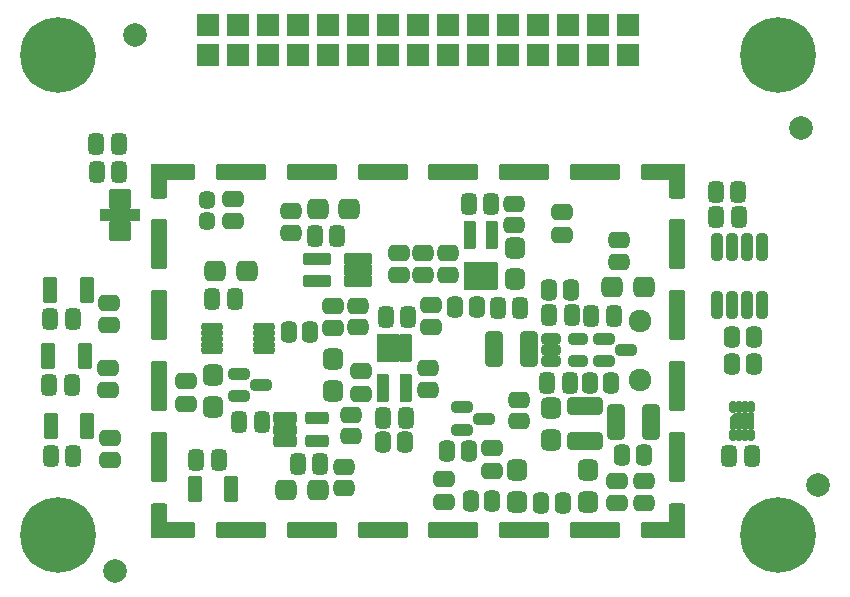
<source format=gbr>
%TF.GenerationSoftware,KiCad,Pcbnew,7.0.8-7.0.8~ubuntu23.04.1*%
%TF.CreationDate,2023-11-09T23:49:29+00:00*%
%TF.ProjectId,AIRDOS04_base,41495244-4f53-4303-945f-626173652e6b,REV*%
%TF.SameCoordinates,PX66dd020PY81342c0*%
%TF.FileFunction,Soldermask,Bot*%
%TF.FilePolarity,Negative*%
%FSLAX46Y46*%
G04 Gerber Fmt 4.6, Leading zero omitted, Abs format (unit mm)*
G04 Created by KiCad (PCBNEW 7.0.8-7.0.8~ubuntu23.04.1) date 2023-11-09 23:49:29*
%MOMM*%
%LPD*%
G01*
G04 APERTURE LIST*
G04 Aperture macros list*
%AMRoundRect*
0 Rectangle with rounded corners*
0 $1 Rounding radius*
0 $2 $3 $4 $5 $6 $7 $8 $9 X,Y pos of 4 corners*
0 Add a 4 corners polygon primitive as box body*
4,1,4,$2,$3,$4,$5,$6,$7,$8,$9,$2,$3,0*
0 Add four circle primitives for the rounded corners*
1,1,$1+$1,$2,$3*
1,1,$1+$1,$4,$5*
1,1,$1+$1,$6,$7*
1,1,$1+$1,$8,$9*
0 Add four rect primitives between the rounded corners*
20,1,$1+$1,$2,$3,$4,$5,0*
20,1,$1+$1,$4,$5,$6,$7,0*
20,1,$1+$1,$6,$7,$8,$9,0*
20,1,$1+$1,$8,$9,$2,$3,0*%
%AMFreePoly0*
4,1,22,0.586777,1.030194,0.656366,0.974698,0.694986,0.894504,0.700000,0.850000,0.700000,-0.850000,0.680194,-0.936777,0.624698,-1.006366,0.544504,-1.044986,0.500000,-1.050000,-0.200000,-1.050000,-0.286777,-1.030194,-0.341421,-0.991421,-0.641421,-0.691421,-0.688777,-0.616056,-0.700000,-0.550000,-0.700000,0.850000,-0.680194,0.936777,-0.624698,1.006366,-0.544504,1.044986,-0.500000,1.050000,
0.500000,1.050000,0.586777,1.030194,0.586777,1.030194,$1*%
G04 Aperture macros list end*
%ADD10C,6.400000*%
%ADD11C,1.924000*%
%ADD12RoundRect,0.450000X0.475000X-0.250000X0.475000X0.250000X-0.475000X0.250000X-0.475000X-0.250000X0*%
%ADD13RoundRect,0.200000X1.000000X0.325000X-1.000000X0.325000X-1.000000X-0.325000X1.000000X-0.325000X0*%
%ADD14RoundRect,0.450000X-0.450000X-0.425000X0.450000X-0.425000X0.450000X0.425000X-0.450000X0.425000X0*%
%ADD15RoundRect,0.450000X-0.250000X-0.475000X0.250000X-0.475000X0.250000X0.475000X-0.250000X0.475000X0*%
%ADD16RoundRect,0.450000X0.250000X0.475000X-0.250000X0.475000X-0.250000X-0.475000X0.250000X-0.475000X0*%
%ADD17RoundRect,0.450000X-0.475000X0.250000X-0.475000X-0.250000X0.475000X-0.250000X0.475000X0.250000X0*%
%ADD18RoundRect,0.450000X-0.262500X-0.450000X0.262500X-0.450000X0.262500X0.450000X-0.262500X0.450000X0*%
%ADD19RoundRect,0.450000X-0.450000X0.262500X-0.450000X-0.262500X0.450000X-0.262500X0.450000X0.262500X0*%
%ADD20RoundRect,0.200000X-0.500000X-0.500000X0.500000X-0.500000X0.500000X0.500000X-0.500000X0.500000X0*%
%ADD21RoundRect,0.200000X-0.500000X-0.775000X0.500000X-0.775000X0.500000X0.775000X-0.500000X0.775000X0*%
%ADD22RoundRect,0.200000X-0.500000X-1.900000X0.500000X-1.900000X0.500000X1.900000X-0.500000X1.900000X0*%
%ADD23RoundRect,0.200000X-1.150000X-0.500000X1.150000X-0.500000X1.150000X0.500000X-1.150000X0.500000X0*%
%ADD24RoundRect,0.200000X-1.900000X-0.500000X1.900000X-0.500000X1.900000X0.500000X-1.900000X0.500000X0*%
%ADD25RoundRect,0.200000X-0.780000X-0.325000X0.780000X-0.325000X0.780000X0.325000X-0.780000X0.325000X0*%
%ADD26RoundRect,0.450000X0.325000X1.100000X-0.325000X1.100000X-0.325000X-1.100000X0.325000X-1.100000X0*%
%ADD27RoundRect,0.200000X0.325000X-1.000000X0.325000X1.000000X-0.325000X1.000000X-0.325000X-1.000000X0*%
%ADD28RoundRect,0.200000X-0.400000X0.150000X-0.400000X-0.150000X0.400000X-0.150000X0.400000X0.150000X0*%
%ADD29RoundRect,0.450000X0.425000X-0.450000X0.425000X0.450000X-0.425000X0.450000X-0.425000X-0.450000X0*%
%ADD30RoundRect,0.200000X0.400000X-0.150000X0.400000X0.150000X-0.400000X0.150000X-0.400000X-0.150000X0*%
%ADD31RoundRect,0.450000X-0.425000X0.450000X-0.425000X-0.450000X0.425000X-0.450000X0.425000X0.450000X0*%
%ADD32RoundRect,0.200000X0.700000X0.150000X-0.700000X0.150000X-0.700000X-0.150000X0.700000X-0.150000X0*%
%ADD33RoundRect,0.450000X1.100000X-0.325000X1.100000X0.325000X-1.100000X0.325000X-1.100000X-0.325000X0*%
%ADD34RoundRect,0.450000X0.262500X0.450000X-0.262500X0.450000X-0.262500X-0.450000X0.262500X-0.450000X0*%
%ADD35RoundRect,0.200000X0.750000X-0.650000X0.750000X0.650000X-0.750000X0.650000X-0.750000X-0.650000X0*%
%ADD36RoundRect,0.200000X1.500000X-0.350000X1.500000X0.350000X-1.500000X0.350000X-1.500000X-0.350000X0*%
%ADD37RoundRect,0.450000X0.450000X0.425000X-0.450000X0.425000X-0.450000X-0.425000X0.450000X-0.425000X0*%
%ADD38RoundRect,0.350000X-0.587500X-0.150000X0.587500X-0.150000X0.587500X0.150000X-0.587500X0.150000X0*%
%ADD39RoundRect,0.450000X0.450000X-0.262500X0.450000X0.262500X-0.450000X0.262500X-0.450000X-0.262500X0*%
%ADD40C,2.000000*%
%ADD41RoundRect,0.450000X-0.325000X-1.100000X0.325000X-1.100000X0.325000X1.100000X-0.325000X1.100000X0*%
%ADD42RoundRect,0.350000X-0.512500X-0.150000X0.512500X-0.150000X0.512500X0.150000X-0.512500X0.150000X0*%
%ADD43RoundRect,0.437500X0.237500X-0.287500X0.237500X0.287500X-0.237500X0.287500X-0.237500X-0.287500X0*%
%ADD44RoundRect,0.200000X-0.125000X0.275000X-0.125000X-0.275000X0.125000X-0.275000X0.125000X0.275000X0*%
%ADD45RoundRect,0.200000X0.125000X-0.275000X0.125000X0.275000X-0.125000X0.275000X-0.125000X-0.275000X0*%
%ADD46FreePoly0,270.000000*%
%ADD47RoundRect,0.200000X-0.762000X0.762000X-0.762000X-0.762000X0.762000X-0.762000X0.762000X0.762000X0*%
%ADD48RoundRect,0.350000X-0.150000X0.825000X-0.150000X-0.825000X0.150000X-0.825000X0.150000X0.825000X0*%
%ADD49RoundRect,0.200000X-0.325000X1.000000X-0.325000X-1.000000X0.325000X-1.000000X0.325000X1.000000X0*%
G04 APERTURE END LIST*
D10*
%TO.C,M1*%
X10160000Y50800000D03*
%TD*%
%TO.C,M2*%
X71120000Y50800000D03*
%TD*%
%TO.C,M3*%
X10160000Y10160000D03*
%TD*%
%TO.C,M4*%
X71120000Y10160000D03*
%TD*%
D11*
%TO.C,D1*%
X59424400Y23266400D03*
X59424400Y28266400D03*
%TD*%
D12*
%TO.C,C2*%
X24993600Y36729000D03*
X24993600Y38629000D03*
%TD*%
D13*
%TO.C,U2*%
X35517400Y33545200D03*
X35517400Y32595200D03*
X35517400Y31645200D03*
X32097400Y31645200D03*
X32097400Y33545200D03*
%TD*%
D14*
%TO.C,C3*%
X32127200Y37729800D03*
X34827200Y37729800D03*
%TD*%
D15*
%TO.C,C8*%
X25491400Y19746600D03*
X27391400Y19746600D03*
%TD*%
%TO.C,C4*%
X31892200Y35490800D03*
X33792200Y35490800D03*
%TD*%
D16*
%TO.C,C7*%
X32369800Y16139800D03*
X30469800Y16139800D03*
%TD*%
D17*
%TO.C,C16*%
X33426400Y29561200D03*
X33426400Y27661200D03*
%TD*%
D18*
%TO.C,R6*%
X29694500Y27305000D03*
X31519500Y27305000D03*
%TD*%
D19*
%TO.C,R3*%
X35001200Y20328900D03*
X35001200Y18503900D03*
%TD*%
%TO.C,R2*%
X34366200Y15934700D03*
X34366200Y14109700D03*
%TD*%
%TO.C,R5*%
X35560000Y29574500D03*
X35560000Y27749500D03*
%TD*%
D20*
%TO.C,M5*%
X18740000Y40916400D03*
D21*
X18740000Y39641400D03*
D22*
X18740000Y34766400D03*
X18740000Y28766400D03*
X18740000Y22766400D03*
X18740000Y16766400D03*
D21*
X18740000Y11891400D03*
D20*
X18740000Y10616400D03*
D23*
X20390000Y40916400D03*
X20390000Y10616400D03*
D24*
X25640000Y40916400D03*
X25640000Y10616400D03*
X31640000Y40916400D03*
X31640000Y10616400D03*
X37640000Y40916400D03*
X37640000Y10616400D03*
X43640000Y40916400D03*
X43640000Y10616400D03*
X49640000Y40916400D03*
X49640000Y10616400D03*
X55640000Y40916400D03*
X55640000Y10616400D03*
D23*
X60890000Y40916400D03*
X60890000Y10616400D03*
D20*
X62540000Y40916400D03*
D21*
X62540000Y39641400D03*
D22*
X62540000Y34766400D03*
X62540000Y28766400D03*
X62540000Y22766400D03*
X62540000Y16766400D03*
D21*
X62540000Y11891400D03*
D20*
X62540000Y10616400D03*
%TD*%
D25*
%TO.C,U6*%
X29384000Y18136200D03*
X29384000Y19086200D03*
X29384000Y20036200D03*
X32084000Y20036200D03*
X32084000Y18136200D03*
%TD*%
D26*
%TO.C,C32*%
X50014400Y25882600D03*
X47064400Y25882600D03*
%TD*%
D27*
%TO.C,U9*%
X46909000Y32115800D03*
X45959000Y32115800D03*
X45009000Y32115800D03*
X45009000Y35535800D03*
X46909000Y35535800D03*
%TD*%
D15*
%TO.C,C12*%
X23230800Y30109800D03*
X25130800Y30109800D03*
%TD*%
%TO.C,C46*%
X9565600Y16855400D03*
X11465600Y16855400D03*
%TD*%
%TO.C,C18*%
X21859200Y16546200D03*
X23759200Y16546200D03*
%TD*%
D16*
%TO.C,C38*%
X15290800Y43281600D03*
X13390800Y43281600D03*
%TD*%
D28*
%TO.C,U5*%
X24841800Y14781600D03*
X24841800Y14281600D03*
X24841800Y13781600D03*
X24841800Y13281600D03*
X21741800Y13281600D03*
X21741800Y13781600D03*
X21741800Y14281600D03*
X21741800Y14781600D03*
%TD*%
D29*
%TO.C,C13*%
X33426400Y22333600D03*
X33426400Y25033600D03*
%TD*%
D18*
%TO.C,R18*%
X43766100Y29489400D03*
X45591100Y29489400D03*
%TD*%
D19*
%TO.C,R16*%
X59744800Y14704300D03*
X59744800Y12879300D03*
%TD*%
%TO.C,R19*%
X49199800Y21613500D03*
X49199800Y19788500D03*
%TD*%
D12*
%TO.C,C31*%
X41757600Y27762800D03*
X41757600Y29662800D03*
%TD*%
D30*
%TO.C,U12*%
X9346600Y24589000D03*
X9346600Y25089000D03*
X9346600Y25589000D03*
X9346600Y26089000D03*
X12446600Y26089000D03*
X12446600Y25589000D03*
X12446600Y25089000D03*
X12446600Y24589000D03*
%TD*%
D31*
%TO.C,C34*%
X51866800Y20933400D03*
X51866800Y18233400D03*
%TD*%
D32*
%TO.C,U3*%
X27600000Y27782400D03*
X27600000Y27282400D03*
X27600000Y26782400D03*
X27600000Y26282400D03*
X27600000Y25782400D03*
X23200000Y25782400D03*
X23200000Y26282400D03*
X23200000Y26782400D03*
X23200000Y27282400D03*
X23200000Y27782400D03*
%TD*%
D15*
%TO.C,C41*%
X65877400Y37072800D03*
X67777400Y37072800D03*
%TD*%
%TO.C,C15*%
X37683400Y20026000D03*
X39583400Y20026000D03*
%TD*%
D12*
%TO.C,C5*%
X52867800Y35568200D03*
X52867800Y37468200D03*
%TD*%
D33*
%TO.C,C29*%
X54762400Y18108400D03*
X54762400Y21058400D03*
%TD*%
D34*
%TO.C,R12*%
X56995700Y23012400D03*
X55170700Y23012400D03*
%TD*%
D17*
%TO.C,C47*%
X14554200Y18364200D03*
X14554200Y16464200D03*
%TD*%
D34*
%TO.C,R21*%
X44958000Y17272000D03*
X43133000Y17272000D03*
%TD*%
D12*
%TO.C,C28*%
X57458800Y12841800D03*
X57458800Y14741800D03*
%TD*%
D17*
%TO.C,C10*%
X20980400Y23160400D03*
X20980400Y21260400D03*
%TD*%
D35*
%TO.C,C37*%
X15417800Y35911800D03*
D36*
X15417800Y37261800D03*
D35*
X15417800Y38611800D03*
%TD*%
D19*
%TO.C,R11*%
X48753000Y38192700D03*
X48753000Y36367700D03*
%TD*%
D34*
%TO.C,R17*%
X59764300Y16891000D03*
X57939300Y16891000D03*
%TD*%
D37*
%TO.C,C6*%
X32185600Y13980800D03*
X29485600Y13980800D03*
%TD*%
D38*
%TO.C,U1*%
X25478500Y21895400D03*
X25478500Y23795400D03*
X27353500Y22845400D03*
%TD*%
D15*
%TO.C,C33*%
X51592200Y23030200D03*
X53492200Y23030200D03*
%TD*%
D39*
%TO.C,R20*%
X41097200Y32194500D03*
X41097200Y34019500D03*
%TD*%
D16*
%TO.C,C20*%
X57200600Y28719800D03*
X55300600Y28719800D03*
%TD*%
D18*
%TO.C,R13*%
X51767100Y30861000D03*
X53592100Y30861000D03*
%TD*%
D17*
%TO.C,C43*%
X14376400Y24307800D03*
X14376400Y22407800D03*
%TD*%
D39*
%TO.C,R10*%
X57632600Y33275900D03*
X57632600Y35100900D03*
%TD*%
D16*
%TO.C,C19*%
X68895000Y16854400D03*
X66995000Y16854400D03*
%TD*%
D12*
%TO.C,C14*%
X35788600Y22124000D03*
X35788600Y24024000D03*
%TD*%
D16*
%TO.C,C39*%
X15316200Y40919400D03*
X13416200Y40919400D03*
%TD*%
D31*
%TO.C,C9*%
X23241000Y23687400D03*
X23241000Y20987400D03*
%TD*%
D15*
%TO.C,C40*%
X65852000Y39206400D03*
X67752000Y39206400D03*
%TD*%
D40*
%TO.C,FID4*%
X74523600Y14401800D03*
%TD*%
D41*
%TO.C,C22*%
X57376800Y19685000D03*
X60326800Y19685000D03*
%TD*%
D39*
%TO.C,R1*%
X29870400Y35746700D03*
X29870400Y37571700D03*
%TD*%
D14*
%TO.C,C11*%
X23465800Y32522800D03*
X26165800Y32522800D03*
%TD*%
D17*
%TO.C,C36*%
X46863000Y17485400D03*
X46863000Y15585400D03*
%TD*%
D40*
%TO.C,FID2*%
X14986000Y7112000D03*
%TD*%
D15*
%TO.C,C30*%
X47411600Y29362400D03*
X49311600Y29362400D03*
%TD*%
D19*
%TO.C,R22*%
X43180000Y34019500D03*
X43180000Y32194500D03*
%TD*%
D14*
%TO.C,C21*%
X57095400Y31191200D03*
X59795400Y31191200D03*
%TD*%
D31*
%TO.C,C24*%
X48854600Y34490000D03*
X48854600Y31790000D03*
%TD*%
D39*
%TO.C,R7*%
X41503600Y22466300D03*
X41503600Y24291300D03*
%TD*%
D15*
%TO.C,C44*%
X9514800Y28463200D03*
X11414800Y28463200D03*
%TD*%
D34*
%TO.C,R14*%
X46933300Y13029800D03*
X45108300Y13029800D03*
%TD*%
D18*
%TO.C,R4*%
X37705900Y18005400D03*
X39530900Y18005400D03*
%TD*%
D15*
%TO.C,C42*%
X9413200Y22849800D03*
X11313200Y22849800D03*
%TD*%
D40*
%TO.C,FID1*%
X73101200Y44653200D03*
%TD*%
D42*
%TO.C,U8*%
X51923100Y24856400D03*
X51923100Y25806400D03*
X51923100Y26756400D03*
X54198100Y26756400D03*
X54198100Y24856400D03*
%TD*%
D12*
%TO.C,C1*%
X42803000Y12968800D03*
X42803000Y14868800D03*
%TD*%
D43*
%TO.C,L1*%
X22758400Y36727800D03*
X22758400Y38477800D03*
%TD*%
D16*
%TO.C,C17*%
X39786600Y28585800D03*
X37886600Y28585800D03*
%TD*%
D29*
%TO.C,C26*%
X49043400Y12975200D03*
X49043400Y15675200D03*
%TD*%
D12*
%TO.C,C35*%
X39014400Y32157000D03*
X39014400Y34057000D03*
%TD*%
D34*
%TO.C,R15*%
X52910300Y12902800D03*
X51085300Y12902800D03*
%TD*%
D30*
%TO.C,U14*%
X9524400Y18645400D03*
X9524400Y19145400D03*
X9524400Y19645400D03*
X9524400Y20145400D03*
X12624400Y20145400D03*
X12624400Y19645400D03*
X12624400Y19145400D03*
X12624400Y18645400D03*
%TD*%
D18*
%TO.C,R29*%
X67261100Y26887400D03*
X69086100Y26887400D03*
%TD*%
D15*
%TO.C,C25*%
X51744600Y28745200D03*
X53644600Y28745200D03*
%TD*%
D44*
%TO.C,U7*%
X67322000Y21001200D03*
X67822000Y21001200D03*
X68322000Y21001200D03*
D45*
X68822000Y21001200D03*
D44*
X68822000Y18651200D03*
X68322000Y18651200D03*
X67822000Y18651200D03*
X67322000Y18651200D03*
D46*
X68072000Y19826200D03*
%TD*%
D38*
%TO.C,Q1*%
X56364900Y24856400D03*
X56364900Y26756400D03*
X58239900Y25806400D03*
%TD*%
D40*
%TO.C,FID3*%
X16637000Y52451000D03*
%TD*%
D47*
%TO.C,J1*%
X22860000Y53340000D03*
X22860000Y50800000D03*
X25400000Y53340000D03*
X25400000Y50800000D03*
X27940000Y53340000D03*
X27940000Y50800000D03*
X30480000Y53340000D03*
X30480000Y50800000D03*
X33020000Y53340000D03*
X33020000Y50800000D03*
X35560000Y53340000D03*
X35560000Y50800000D03*
X38100000Y53340000D03*
X38100000Y50800000D03*
X40640000Y53340000D03*
X40640000Y50800000D03*
X43180000Y53340000D03*
X43180000Y50800000D03*
X45720000Y53340000D03*
X45720000Y50800000D03*
X48260000Y53340000D03*
X48260000Y50800000D03*
X50800000Y53340000D03*
X50800000Y50800000D03*
X53340000Y53340000D03*
X53340000Y50800000D03*
X55880000Y53340000D03*
X55880000Y50800000D03*
X58420000Y53340000D03*
X58420000Y50800000D03*
%TD*%
D48*
%TO.C,U11*%
X65938400Y34569400D03*
X67208400Y34569400D03*
X68478400Y34569400D03*
X69748400Y34569400D03*
X69748400Y29619400D03*
X68478400Y29619400D03*
X67208400Y29619400D03*
X65938400Y29619400D03*
%TD*%
D16*
%TO.C,C23*%
X46832800Y38194600D03*
X44932800Y38194600D03*
%TD*%
D38*
%TO.C,U10*%
X44350700Y19065200D03*
X44350700Y20965200D03*
X46225700Y20015200D03*
%TD*%
D29*
%TO.C,C27*%
X55045800Y12949800D03*
X55045800Y15649800D03*
%TD*%
D18*
%TO.C,R30*%
X67261100Y24626800D03*
X69086100Y24626800D03*
%TD*%
D17*
%TO.C,C45*%
X14503400Y29819600D03*
X14503400Y27919600D03*
%TD*%
D49*
%TO.C,U4*%
X37683400Y26003200D03*
X38633400Y26003200D03*
X39583400Y26003200D03*
X39583400Y22583200D03*
X37683400Y22583200D03*
%TD*%
D30*
%TO.C,U13*%
X9473600Y30161400D03*
X9473600Y30661400D03*
X9473600Y31161400D03*
X9473600Y31661400D03*
X12573600Y31661400D03*
X12573600Y31161400D03*
X12573600Y30661400D03*
X12573600Y30161400D03*
%TD*%
M02*

</source>
